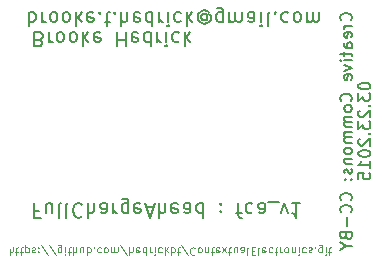
<source format=gbo>
G04 #@! TF.FileFunction,Legend,Bot*
%FSLAX46Y46*%
G04 Gerber Fmt 4.6, Leading zero omitted, Abs format (unit mm)*
G04 Created by KiCad (PCBNEW (2015-01-29 BZR 5396)-product) date 3/24/2015 7:03:01 PM*
%MOMM*%
G01*
G04 APERTURE LIST*
%ADD10C,0.100000*%
%ADD11C,0.075000*%
%ADD12C,0.200000*%
%ADD13C,0.150000*%
%ADD14R,2.032000X2.032000*%
%ADD15O,2.032000X2.032000*%
%ADD16O,1.600000X0.900000*%
%ADD17C,5.500000*%
G04 APERTURE END LIST*
D10*
D11*
X83057382Y-93765952D02*
X83057382Y-94415952D01*
X83335953Y-93765952D02*
X83335953Y-94106429D01*
X83305001Y-94168333D01*
X83243096Y-94199286D01*
X83150239Y-94199286D01*
X83088334Y-94168333D01*
X83057382Y-94137381D01*
X83552620Y-94199286D02*
X83800239Y-94199286D01*
X83645477Y-94415952D02*
X83645477Y-93858810D01*
X83676429Y-93796905D01*
X83738334Y-93765952D01*
X83800239Y-93765952D01*
X83924049Y-94199286D02*
X84171668Y-94199286D01*
X84016906Y-94415952D02*
X84016906Y-93858810D01*
X84047858Y-93796905D01*
X84109763Y-93765952D01*
X84171668Y-93765952D01*
X84388335Y-94199286D02*
X84388335Y-93549286D01*
X84388335Y-94168333D02*
X84450240Y-94199286D01*
X84574049Y-94199286D01*
X84635954Y-94168333D01*
X84666906Y-94137381D01*
X84697859Y-94075476D01*
X84697859Y-93889762D01*
X84666906Y-93827857D01*
X84635954Y-93796905D01*
X84574049Y-93765952D01*
X84450240Y-93765952D01*
X84388335Y-93796905D01*
X84945478Y-93796905D02*
X85007382Y-93765952D01*
X85131192Y-93765952D01*
X85193097Y-93796905D01*
X85224049Y-93858810D01*
X85224049Y-93889762D01*
X85193097Y-93951667D01*
X85131192Y-93982619D01*
X85038335Y-93982619D01*
X84976430Y-94013571D01*
X84945478Y-94075476D01*
X84945478Y-94106429D01*
X84976430Y-94168333D01*
X85038335Y-94199286D01*
X85131192Y-94199286D01*
X85193097Y-94168333D01*
X85502620Y-93827857D02*
X85533572Y-93796905D01*
X85502620Y-93765952D01*
X85471668Y-93796905D01*
X85502620Y-93827857D01*
X85502620Y-93765952D01*
X85502620Y-94168333D02*
X85533572Y-94137381D01*
X85502620Y-94106429D01*
X85471668Y-94137381D01*
X85502620Y-94168333D01*
X85502620Y-94106429D01*
X86276430Y-94446905D02*
X85719287Y-93611190D01*
X86957382Y-94446905D02*
X86400239Y-93611190D01*
X87452619Y-94199286D02*
X87452619Y-93673095D01*
X87421667Y-93611190D01*
X87390715Y-93580238D01*
X87328810Y-93549286D01*
X87235953Y-93549286D01*
X87174048Y-93580238D01*
X87452619Y-93796905D02*
X87390715Y-93765952D01*
X87266905Y-93765952D01*
X87205000Y-93796905D01*
X87174048Y-93827857D01*
X87143096Y-93889762D01*
X87143096Y-94075476D01*
X87174048Y-94137381D01*
X87205000Y-94168333D01*
X87266905Y-94199286D01*
X87390715Y-94199286D01*
X87452619Y-94168333D01*
X87762143Y-93765952D02*
X87762143Y-94199286D01*
X87762143Y-94415952D02*
X87731191Y-94385000D01*
X87762143Y-94354048D01*
X87793095Y-94385000D01*
X87762143Y-94415952D01*
X87762143Y-94354048D01*
X87978810Y-94199286D02*
X88226429Y-94199286D01*
X88071667Y-94415952D02*
X88071667Y-93858810D01*
X88102619Y-93796905D01*
X88164524Y-93765952D01*
X88226429Y-93765952D01*
X88443096Y-93765952D02*
X88443096Y-94415952D01*
X88721667Y-93765952D02*
X88721667Y-94106429D01*
X88690715Y-94168333D01*
X88628810Y-94199286D01*
X88535953Y-94199286D01*
X88474048Y-94168333D01*
X88443096Y-94137381D01*
X89309762Y-94199286D02*
X89309762Y-93765952D01*
X89031191Y-94199286D02*
X89031191Y-93858810D01*
X89062143Y-93796905D01*
X89124048Y-93765952D01*
X89216905Y-93765952D01*
X89278810Y-93796905D01*
X89309762Y-93827857D01*
X89619286Y-93765952D02*
X89619286Y-94415952D01*
X89619286Y-94168333D02*
X89681191Y-94199286D01*
X89805000Y-94199286D01*
X89866905Y-94168333D01*
X89897857Y-94137381D01*
X89928810Y-94075476D01*
X89928810Y-93889762D01*
X89897857Y-93827857D01*
X89866905Y-93796905D01*
X89805000Y-93765952D01*
X89681191Y-93765952D01*
X89619286Y-93796905D01*
X90207381Y-93827857D02*
X90238333Y-93796905D01*
X90207381Y-93765952D01*
X90176429Y-93796905D01*
X90207381Y-93827857D01*
X90207381Y-93765952D01*
X90795476Y-93796905D02*
X90733572Y-93765952D01*
X90609762Y-93765952D01*
X90547857Y-93796905D01*
X90516905Y-93827857D01*
X90485953Y-93889762D01*
X90485953Y-94075476D01*
X90516905Y-94137381D01*
X90547857Y-94168333D01*
X90609762Y-94199286D01*
X90733572Y-94199286D01*
X90795476Y-94168333D01*
X91166905Y-93765952D02*
X91105000Y-93796905D01*
X91074048Y-93827857D01*
X91043096Y-93889762D01*
X91043096Y-94075476D01*
X91074048Y-94137381D01*
X91105000Y-94168333D01*
X91166905Y-94199286D01*
X91259762Y-94199286D01*
X91321667Y-94168333D01*
X91352619Y-94137381D01*
X91383572Y-94075476D01*
X91383572Y-93889762D01*
X91352619Y-93827857D01*
X91321667Y-93796905D01*
X91259762Y-93765952D01*
X91166905Y-93765952D01*
X91662143Y-93765952D02*
X91662143Y-94199286D01*
X91662143Y-94137381D02*
X91693095Y-94168333D01*
X91755000Y-94199286D01*
X91847857Y-94199286D01*
X91909762Y-94168333D01*
X91940714Y-94106429D01*
X91940714Y-93765952D01*
X91940714Y-94106429D02*
X91971667Y-94168333D01*
X92033571Y-94199286D01*
X92126429Y-94199286D01*
X92188333Y-94168333D01*
X92219286Y-94106429D01*
X92219286Y-93765952D01*
X92993096Y-94446905D02*
X92435953Y-93611190D01*
X93209762Y-93765952D02*
X93209762Y-94415952D01*
X93488333Y-93765952D02*
X93488333Y-94106429D01*
X93457381Y-94168333D01*
X93395476Y-94199286D01*
X93302619Y-94199286D01*
X93240714Y-94168333D01*
X93209762Y-94137381D01*
X94045476Y-93796905D02*
X93983571Y-93765952D01*
X93859762Y-93765952D01*
X93797857Y-93796905D01*
X93766905Y-93858810D01*
X93766905Y-94106429D01*
X93797857Y-94168333D01*
X93859762Y-94199286D01*
X93983571Y-94199286D01*
X94045476Y-94168333D01*
X94076428Y-94106429D01*
X94076428Y-94044524D01*
X93766905Y-93982619D01*
X94633571Y-93765952D02*
X94633571Y-94415952D01*
X94633571Y-93796905D02*
X94571667Y-93765952D01*
X94447857Y-93765952D01*
X94385952Y-93796905D01*
X94355000Y-93827857D01*
X94324048Y-93889762D01*
X94324048Y-94075476D01*
X94355000Y-94137381D01*
X94385952Y-94168333D01*
X94447857Y-94199286D01*
X94571667Y-94199286D01*
X94633571Y-94168333D01*
X94943095Y-93765952D02*
X94943095Y-94199286D01*
X94943095Y-94075476D02*
X94974047Y-94137381D01*
X95005000Y-94168333D01*
X95066904Y-94199286D01*
X95128809Y-94199286D01*
X95345476Y-93765952D02*
X95345476Y-94199286D01*
X95345476Y-94415952D02*
X95314524Y-94385000D01*
X95345476Y-94354048D01*
X95376428Y-94385000D01*
X95345476Y-94415952D01*
X95345476Y-94354048D01*
X95933571Y-93796905D02*
X95871667Y-93765952D01*
X95747857Y-93765952D01*
X95685952Y-93796905D01*
X95655000Y-93827857D01*
X95624048Y-93889762D01*
X95624048Y-94075476D01*
X95655000Y-94137381D01*
X95685952Y-94168333D01*
X95747857Y-94199286D01*
X95871667Y-94199286D01*
X95933571Y-94168333D01*
X96212143Y-93765952D02*
X96212143Y-94415952D01*
X96274048Y-94013571D02*
X96459762Y-93765952D01*
X96459762Y-94199286D02*
X96212143Y-93951667D01*
X96738333Y-93765952D02*
X96738333Y-94415952D01*
X96738333Y-94168333D02*
X96800238Y-94199286D01*
X96924047Y-94199286D01*
X96985952Y-94168333D01*
X97016904Y-94137381D01*
X97047857Y-94075476D01*
X97047857Y-93889762D01*
X97016904Y-93827857D01*
X96985952Y-93796905D01*
X96924047Y-93765952D01*
X96800238Y-93765952D01*
X96738333Y-93796905D01*
X97233571Y-94199286D02*
X97481190Y-94199286D01*
X97326428Y-94415952D02*
X97326428Y-93858810D01*
X97357380Y-93796905D01*
X97419285Y-93765952D01*
X97481190Y-93765952D01*
X98162143Y-94446905D02*
X97605000Y-93611190D01*
X98750237Y-93827857D02*
X98719285Y-93796905D01*
X98626428Y-93765952D01*
X98564523Y-93765952D01*
X98471666Y-93796905D01*
X98409761Y-93858810D01*
X98378809Y-93920714D01*
X98347857Y-94044524D01*
X98347857Y-94137381D01*
X98378809Y-94261190D01*
X98409761Y-94323095D01*
X98471666Y-94385000D01*
X98564523Y-94415952D01*
X98626428Y-94415952D01*
X98719285Y-94385000D01*
X98750237Y-94354048D01*
X99121666Y-93765952D02*
X99059761Y-93796905D01*
X99028809Y-93827857D01*
X98997857Y-93889762D01*
X98997857Y-94075476D01*
X99028809Y-94137381D01*
X99059761Y-94168333D01*
X99121666Y-94199286D01*
X99214523Y-94199286D01*
X99276428Y-94168333D01*
X99307380Y-94137381D01*
X99338333Y-94075476D01*
X99338333Y-93889762D01*
X99307380Y-93827857D01*
X99276428Y-93796905D01*
X99214523Y-93765952D01*
X99121666Y-93765952D01*
X99616904Y-94199286D02*
X99616904Y-93765952D01*
X99616904Y-94137381D02*
X99647856Y-94168333D01*
X99709761Y-94199286D01*
X99802618Y-94199286D01*
X99864523Y-94168333D01*
X99895475Y-94106429D01*
X99895475Y-93765952D01*
X100112142Y-94199286D02*
X100359761Y-94199286D01*
X100204999Y-94415952D02*
X100204999Y-93858810D01*
X100235951Y-93796905D01*
X100297856Y-93765952D01*
X100359761Y-93765952D01*
X100824047Y-93796905D02*
X100762142Y-93765952D01*
X100638333Y-93765952D01*
X100576428Y-93796905D01*
X100545476Y-93858810D01*
X100545476Y-94106429D01*
X100576428Y-94168333D01*
X100638333Y-94199286D01*
X100762142Y-94199286D01*
X100824047Y-94168333D01*
X100854999Y-94106429D01*
X100854999Y-94044524D01*
X100545476Y-93982619D01*
X101071666Y-93765952D02*
X101412142Y-94199286D01*
X101071666Y-94199286D02*
X101412142Y-93765952D01*
X101566904Y-94199286D02*
X101814523Y-94199286D01*
X101659761Y-94415952D02*
X101659761Y-93858810D01*
X101690713Y-93796905D01*
X101752618Y-93765952D01*
X101814523Y-93765952D01*
X102309761Y-94199286D02*
X102309761Y-93765952D01*
X102031190Y-94199286D02*
X102031190Y-93858810D01*
X102062142Y-93796905D01*
X102124047Y-93765952D01*
X102216904Y-93765952D01*
X102278809Y-93796905D01*
X102309761Y-93827857D01*
X102897856Y-93765952D02*
X102897856Y-94106429D01*
X102866904Y-94168333D01*
X102804999Y-94199286D01*
X102681190Y-94199286D01*
X102619285Y-94168333D01*
X102897856Y-93796905D02*
X102835952Y-93765952D01*
X102681190Y-93765952D01*
X102619285Y-93796905D01*
X102588333Y-93858810D01*
X102588333Y-93920714D01*
X102619285Y-93982619D01*
X102681190Y-94013571D01*
X102835952Y-94013571D01*
X102897856Y-94044524D01*
X103300237Y-93765952D02*
X103238332Y-93796905D01*
X103207380Y-93858810D01*
X103207380Y-94415952D01*
X103547856Y-94106429D02*
X103764523Y-94106429D01*
X103857380Y-93765952D02*
X103547856Y-93765952D01*
X103547856Y-94415952D01*
X103857380Y-94415952D01*
X104228808Y-93765952D02*
X104166903Y-93796905D01*
X104135951Y-93858810D01*
X104135951Y-94415952D01*
X104724046Y-93796905D02*
X104662141Y-93765952D01*
X104538332Y-93765952D01*
X104476427Y-93796905D01*
X104445475Y-93858810D01*
X104445475Y-94106429D01*
X104476427Y-94168333D01*
X104538332Y-94199286D01*
X104662141Y-94199286D01*
X104724046Y-94168333D01*
X104754998Y-94106429D01*
X104754998Y-94044524D01*
X104445475Y-93982619D01*
X105312141Y-93796905D02*
X105250237Y-93765952D01*
X105126427Y-93765952D01*
X105064522Y-93796905D01*
X105033570Y-93827857D01*
X105002618Y-93889762D01*
X105002618Y-94075476D01*
X105033570Y-94137381D01*
X105064522Y-94168333D01*
X105126427Y-94199286D01*
X105250237Y-94199286D01*
X105312141Y-94168333D01*
X105497856Y-94199286D02*
X105745475Y-94199286D01*
X105590713Y-94415952D02*
X105590713Y-93858810D01*
X105621665Y-93796905D01*
X105683570Y-93765952D01*
X105745475Y-93765952D01*
X105962142Y-93765952D02*
X105962142Y-94199286D01*
X105962142Y-94075476D02*
X105993094Y-94137381D01*
X106024047Y-94168333D01*
X106085951Y-94199286D01*
X106147856Y-94199286D01*
X106457380Y-93765952D02*
X106395475Y-93796905D01*
X106364523Y-93827857D01*
X106333571Y-93889762D01*
X106333571Y-94075476D01*
X106364523Y-94137381D01*
X106395475Y-94168333D01*
X106457380Y-94199286D01*
X106550237Y-94199286D01*
X106612142Y-94168333D01*
X106643094Y-94137381D01*
X106674047Y-94075476D01*
X106674047Y-93889762D01*
X106643094Y-93827857D01*
X106612142Y-93796905D01*
X106550237Y-93765952D01*
X106457380Y-93765952D01*
X106952618Y-94199286D02*
X106952618Y-93765952D01*
X106952618Y-94137381D02*
X106983570Y-94168333D01*
X107045475Y-94199286D01*
X107138332Y-94199286D01*
X107200237Y-94168333D01*
X107231189Y-94106429D01*
X107231189Y-93765952D01*
X107540713Y-93765952D02*
X107540713Y-94199286D01*
X107540713Y-94415952D02*
X107509761Y-94385000D01*
X107540713Y-94354048D01*
X107571665Y-94385000D01*
X107540713Y-94415952D01*
X107540713Y-94354048D01*
X108128808Y-93796905D02*
X108066904Y-93765952D01*
X107943094Y-93765952D01*
X107881189Y-93796905D01*
X107850237Y-93827857D01*
X107819285Y-93889762D01*
X107819285Y-94075476D01*
X107850237Y-94137381D01*
X107881189Y-94168333D01*
X107943094Y-94199286D01*
X108066904Y-94199286D01*
X108128808Y-94168333D01*
X108376428Y-93796905D02*
X108438332Y-93765952D01*
X108562142Y-93765952D01*
X108624047Y-93796905D01*
X108654999Y-93858810D01*
X108654999Y-93889762D01*
X108624047Y-93951667D01*
X108562142Y-93982619D01*
X108469285Y-93982619D01*
X108407380Y-94013571D01*
X108376428Y-94075476D01*
X108376428Y-94106429D01*
X108407380Y-94168333D01*
X108469285Y-94199286D01*
X108562142Y-94199286D01*
X108624047Y-94168333D01*
X108933570Y-93827857D02*
X108964522Y-93796905D01*
X108933570Y-93765952D01*
X108902618Y-93796905D01*
X108933570Y-93827857D01*
X108933570Y-93765952D01*
X109521665Y-94199286D02*
X109521665Y-93673095D01*
X109490713Y-93611190D01*
X109459761Y-93580238D01*
X109397856Y-93549286D01*
X109304999Y-93549286D01*
X109243094Y-93580238D01*
X109521665Y-93796905D02*
X109459761Y-93765952D01*
X109335951Y-93765952D01*
X109274046Y-93796905D01*
X109243094Y-93827857D01*
X109212142Y-93889762D01*
X109212142Y-94075476D01*
X109243094Y-94137381D01*
X109274046Y-94168333D01*
X109335951Y-94199286D01*
X109459761Y-94199286D01*
X109521665Y-94168333D01*
X109831189Y-93765952D02*
X109831189Y-94199286D01*
X109831189Y-94415952D02*
X109800237Y-94385000D01*
X109831189Y-94354048D01*
X109862141Y-94385000D01*
X109831189Y-94415952D01*
X109831189Y-94354048D01*
X110047856Y-94199286D02*
X110295475Y-94199286D01*
X110140713Y-94415952D02*
X110140713Y-93858810D01*
X110171665Y-93796905D01*
X110233570Y-93765952D01*
X110295475Y-93765952D01*
D12*
X85512859Y-90675714D02*
X85112859Y-90675714D01*
X85112859Y-90047143D02*
X85112859Y-91247143D01*
X85684288Y-91247143D01*
X86655716Y-90847143D02*
X86655716Y-90047143D01*
X86141430Y-90847143D02*
X86141430Y-90218571D01*
X86198573Y-90104286D01*
X86312859Y-90047143D01*
X86484287Y-90047143D01*
X86598573Y-90104286D01*
X86655716Y-90161429D01*
X87398573Y-90047143D02*
X87284287Y-90104286D01*
X87227144Y-90218571D01*
X87227144Y-91247143D01*
X88027144Y-90047143D02*
X87912858Y-90104286D01*
X87855715Y-90218571D01*
X87855715Y-91247143D01*
X89170001Y-90161429D02*
X89112858Y-90104286D01*
X88941429Y-90047143D01*
X88827143Y-90047143D01*
X88655715Y-90104286D01*
X88541429Y-90218571D01*
X88484286Y-90332857D01*
X88427143Y-90561429D01*
X88427143Y-90732857D01*
X88484286Y-90961429D01*
X88541429Y-91075714D01*
X88655715Y-91190000D01*
X88827143Y-91247143D01*
X88941429Y-91247143D01*
X89112858Y-91190000D01*
X89170001Y-91132857D01*
X89684286Y-90047143D02*
X89684286Y-91247143D01*
X90198572Y-90047143D02*
X90198572Y-90675714D01*
X90141429Y-90790000D01*
X90027143Y-90847143D01*
X89855715Y-90847143D01*
X89741429Y-90790000D01*
X89684286Y-90732857D01*
X91284286Y-90047143D02*
X91284286Y-90675714D01*
X91227143Y-90790000D01*
X91112857Y-90847143D01*
X90884286Y-90847143D01*
X90770000Y-90790000D01*
X91284286Y-90104286D02*
X91170000Y-90047143D01*
X90884286Y-90047143D01*
X90770000Y-90104286D01*
X90712857Y-90218571D01*
X90712857Y-90332857D01*
X90770000Y-90447143D01*
X90884286Y-90504286D01*
X91170000Y-90504286D01*
X91284286Y-90561429D01*
X91855714Y-90047143D02*
X91855714Y-90847143D01*
X91855714Y-90618571D02*
X91912857Y-90732857D01*
X91970000Y-90790000D01*
X92084286Y-90847143D01*
X92198571Y-90847143D01*
X93112857Y-90847143D02*
X93112857Y-89875714D01*
X93055714Y-89761429D01*
X92998571Y-89704286D01*
X92884286Y-89647143D01*
X92712857Y-89647143D01*
X92598571Y-89704286D01*
X93112857Y-90104286D02*
X92998571Y-90047143D01*
X92770000Y-90047143D01*
X92655714Y-90104286D01*
X92598571Y-90161429D01*
X92541428Y-90275714D01*
X92541428Y-90618571D01*
X92598571Y-90732857D01*
X92655714Y-90790000D01*
X92770000Y-90847143D01*
X92998571Y-90847143D01*
X93112857Y-90790000D01*
X94141428Y-90104286D02*
X94027142Y-90047143D01*
X93798571Y-90047143D01*
X93684285Y-90104286D01*
X93627142Y-90218571D01*
X93627142Y-90675714D01*
X93684285Y-90790000D01*
X93798571Y-90847143D01*
X94027142Y-90847143D01*
X94141428Y-90790000D01*
X94198571Y-90675714D01*
X94198571Y-90561429D01*
X93627142Y-90447143D01*
X94655713Y-90390000D02*
X95227142Y-90390000D01*
X94541428Y-90047143D02*
X94941428Y-91247143D01*
X95341428Y-90047143D01*
X95741427Y-90047143D02*
X95741427Y-91247143D01*
X96255713Y-90047143D02*
X96255713Y-90675714D01*
X96198570Y-90790000D01*
X96084284Y-90847143D01*
X95912856Y-90847143D01*
X95798570Y-90790000D01*
X95741427Y-90732857D01*
X97284284Y-90104286D02*
X97169998Y-90047143D01*
X96941427Y-90047143D01*
X96827141Y-90104286D01*
X96769998Y-90218571D01*
X96769998Y-90675714D01*
X96827141Y-90790000D01*
X96941427Y-90847143D01*
X97169998Y-90847143D01*
X97284284Y-90790000D01*
X97341427Y-90675714D01*
X97341427Y-90561429D01*
X96769998Y-90447143D01*
X98369998Y-90047143D02*
X98369998Y-90675714D01*
X98312855Y-90790000D01*
X98198569Y-90847143D01*
X97969998Y-90847143D01*
X97855712Y-90790000D01*
X98369998Y-90104286D02*
X98255712Y-90047143D01*
X97969998Y-90047143D01*
X97855712Y-90104286D01*
X97798569Y-90218571D01*
X97798569Y-90332857D01*
X97855712Y-90447143D01*
X97969998Y-90504286D01*
X98255712Y-90504286D01*
X98369998Y-90561429D01*
X99455712Y-90047143D02*
X99455712Y-91247143D01*
X99455712Y-90104286D02*
X99341426Y-90047143D01*
X99112855Y-90047143D01*
X98998569Y-90104286D01*
X98941426Y-90161429D01*
X98884283Y-90275714D01*
X98884283Y-90618571D01*
X98941426Y-90732857D01*
X98998569Y-90790000D01*
X99112855Y-90847143D01*
X99341426Y-90847143D01*
X99455712Y-90790000D01*
X100941426Y-90161429D02*
X100998569Y-90104286D01*
X100941426Y-90047143D01*
X100884283Y-90104286D01*
X100941426Y-90161429D01*
X100941426Y-90047143D01*
X100941426Y-90790000D02*
X100998569Y-90732857D01*
X100941426Y-90675714D01*
X100884283Y-90732857D01*
X100941426Y-90790000D01*
X100941426Y-90675714D01*
X102255713Y-90847143D02*
X102712856Y-90847143D01*
X102427141Y-90047143D02*
X102427141Y-91075714D01*
X102484284Y-91190000D01*
X102598570Y-91247143D01*
X102712856Y-91247143D01*
X103627141Y-90104286D02*
X103512855Y-90047143D01*
X103284284Y-90047143D01*
X103169998Y-90104286D01*
X103112855Y-90161429D01*
X103055712Y-90275714D01*
X103055712Y-90618571D01*
X103112855Y-90732857D01*
X103169998Y-90790000D01*
X103284284Y-90847143D01*
X103512855Y-90847143D01*
X103627141Y-90790000D01*
X104655712Y-90047143D02*
X104655712Y-90675714D01*
X104598569Y-90790000D01*
X104484283Y-90847143D01*
X104255712Y-90847143D01*
X104141426Y-90790000D01*
X104655712Y-90104286D02*
X104541426Y-90047143D01*
X104255712Y-90047143D01*
X104141426Y-90104286D01*
X104084283Y-90218571D01*
X104084283Y-90332857D01*
X104141426Y-90447143D01*
X104255712Y-90504286D01*
X104541426Y-90504286D01*
X104655712Y-90561429D01*
X104941426Y-89932857D02*
X105855712Y-89932857D01*
X106027141Y-90847143D02*
X106312855Y-90047143D01*
X106598569Y-90847143D01*
X107684284Y-90047143D02*
X106998569Y-90047143D01*
X107341427Y-90047143D02*
X107341427Y-91247143D01*
X107227141Y-91075714D01*
X107112855Y-90961429D01*
X106998569Y-90904286D01*
D13*
X111952143Y-74562857D02*
X111999762Y-74515238D01*
X112047381Y-74372381D01*
X112047381Y-74277143D01*
X111999762Y-74134285D01*
X111904524Y-74039047D01*
X111809286Y-73991428D01*
X111618810Y-73943809D01*
X111475952Y-73943809D01*
X111285476Y-73991428D01*
X111190238Y-74039047D01*
X111095000Y-74134285D01*
X111047381Y-74277143D01*
X111047381Y-74372381D01*
X111095000Y-74515238D01*
X111142619Y-74562857D01*
X112047381Y-74991428D02*
X111380714Y-74991428D01*
X111571190Y-74991428D02*
X111475952Y-75039047D01*
X111428333Y-75086666D01*
X111380714Y-75181904D01*
X111380714Y-75277143D01*
X111999762Y-75991429D02*
X112047381Y-75896191D01*
X112047381Y-75705714D01*
X111999762Y-75610476D01*
X111904524Y-75562857D01*
X111523571Y-75562857D01*
X111428333Y-75610476D01*
X111380714Y-75705714D01*
X111380714Y-75896191D01*
X111428333Y-75991429D01*
X111523571Y-76039048D01*
X111618810Y-76039048D01*
X111714048Y-75562857D01*
X112047381Y-76896191D02*
X111523571Y-76896191D01*
X111428333Y-76848572D01*
X111380714Y-76753334D01*
X111380714Y-76562857D01*
X111428333Y-76467619D01*
X111999762Y-76896191D02*
X112047381Y-76800953D01*
X112047381Y-76562857D01*
X111999762Y-76467619D01*
X111904524Y-76420000D01*
X111809286Y-76420000D01*
X111714048Y-76467619D01*
X111666429Y-76562857D01*
X111666429Y-76800953D01*
X111618810Y-76896191D01*
X111380714Y-77229524D02*
X111380714Y-77610476D01*
X111047381Y-77372381D02*
X111904524Y-77372381D01*
X111999762Y-77420000D01*
X112047381Y-77515238D01*
X112047381Y-77610476D01*
X112047381Y-77943810D02*
X111380714Y-77943810D01*
X111047381Y-77943810D02*
X111095000Y-77896191D01*
X111142619Y-77943810D01*
X111095000Y-77991429D01*
X111047381Y-77943810D01*
X111142619Y-77943810D01*
X111380714Y-78324762D02*
X112047381Y-78562857D01*
X111380714Y-78800953D01*
X111999762Y-79562858D02*
X112047381Y-79467620D01*
X112047381Y-79277143D01*
X111999762Y-79181905D01*
X111904524Y-79134286D01*
X111523571Y-79134286D01*
X111428333Y-79181905D01*
X111380714Y-79277143D01*
X111380714Y-79467620D01*
X111428333Y-79562858D01*
X111523571Y-79610477D01*
X111618810Y-79610477D01*
X111714048Y-79134286D01*
X111952143Y-81372382D02*
X111999762Y-81324763D01*
X112047381Y-81181906D01*
X112047381Y-81086668D01*
X111999762Y-80943810D01*
X111904524Y-80848572D01*
X111809286Y-80800953D01*
X111618810Y-80753334D01*
X111475952Y-80753334D01*
X111285476Y-80800953D01*
X111190238Y-80848572D01*
X111095000Y-80943810D01*
X111047381Y-81086668D01*
X111047381Y-81181906D01*
X111095000Y-81324763D01*
X111142619Y-81372382D01*
X112047381Y-81943810D02*
X111999762Y-81848572D01*
X111952143Y-81800953D01*
X111856905Y-81753334D01*
X111571190Y-81753334D01*
X111475952Y-81800953D01*
X111428333Y-81848572D01*
X111380714Y-81943810D01*
X111380714Y-82086668D01*
X111428333Y-82181906D01*
X111475952Y-82229525D01*
X111571190Y-82277144D01*
X111856905Y-82277144D01*
X111952143Y-82229525D01*
X111999762Y-82181906D01*
X112047381Y-82086668D01*
X112047381Y-81943810D01*
X112047381Y-82705715D02*
X111380714Y-82705715D01*
X111475952Y-82705715D02*
X111428333Y-82753334D01*
X111380714Y-82848572D01*
X111380714Y-82991430D01*
X111428333Y-83086668D01*
X111523571Y-83134287D01*
X112047381Y-83134287D01*
X111523571Y-83134287D02*
X111428333Y-83181906D01*
X111380714Y-83277144D01*
X111380714Y-83420001D01*
X111428333Y-83515239D01*
X111523571Y-83562858D01*
X112047381Y-83562858D01*
X112047381Y-84039048D02*
X111380714Y-84039048D01*
X111475952Y-84039048D02*
X111428333Y-84086667D01*
X111380714Y-84181905D01*
X111380714Y-84324763D01*
X111428333Y-84420001D01*
X111523571Y-84467620D01*
X112047381Y-84467620D01*
X111523571Y-84467620D02*
X111428333Y-84515239D01*
X111380714Y-84610477D01*
X111380714Y-84753334D01*
X111428333Y-84848572D01*
X111523571Y-84896191D01*
X112047381Y-84896191D01*
X112047381Y-85515238D02*
X111999762Y-85420000D01*
X111952143Y-85372381D01*
X111856905Y-85324762D01*
X111571190Y-85324762D01*
X111475952Y-85372381D01*
X111428333Y-85420000D01*
X111380714Y-85515238D01*
X111380714Y-85658096D01*
X111428333Y-85753334D01*
X111475952Y-85800953D01*
X111571190Y-85848572D01*
X111856905Y-85848572D01*
X111952143Y-85800953D01*
X111999762Y-85753334D01*
X112047381Y-85658096D01*
X112047381Y-85515238D01*
X111380714Y-86277143D02*
X112047381Y-86277143D01*
X111475952Y-86277143D02*
X111428333Y-86324762D01*
X111380714Y-86420000D01*
X111380714Y-86562858D01*
X111428333Y-86658096D01*
X111523571Y-86705715D01*
X112047381Y-86705715D01*
X111999762Y-87134286D02*
X112047381Y-87229524D01*
X112047381Y-87420000D01*
X111999762Y-87515239D01*
X111904524Y-87562858D01*
X111856905Y-87562858D01*
X111761667Y-87515239D01*
X111714048Y-87420000D01*
X111714048Y-87277143D01*
X111666429Y-87181905D01*
X111571190Y-87134286D01*
X111523571Y-87134286D01*
X111428333Y-87181905D01*
X111380714Y-87277143D01*
X111380714Y-87420000D01*
X111428333Y-87515239D01*
X111952143Y-87991429D02*
X111999762Y-88039048D01*
X112047381Y-87991429D01*
X111999762Y-87943810D01*
X111952143Y-87991429D01*
X112047381Y-87991429D01*
X111428333Y-87991429D02*
X111475952Y-88039048D01*
X111523571Y-87991429D01*
X111475952Y-87943810D01*
X111428333Y-87991429D01*
X111523571Y-87991429D01*
X111952143Y-89800953D02*
X111999762Y-89753334D01*
X112047381Y-89610477D01*
X112047381Y-89515239D01*
X111999762Y-89372381D01*
X111904524Y-89277143D01*
X111809286Y-89229524D01*
X111618810Y-89181905D01*
X111475952Y-89181905D01*
X111285476Y-89229524D01*
X111190238Y-89277143D01*
X111095000Y-89372381D01*
X111047381Y-89515239D01*
X111047381Y-89610477D01*
X111095000Y-89753334D01*
X111142619Y-89800953D01*
X111952143Y-90800953D02*
X111999762Y-90753334D01*
X112047381Y-90610477D01*
X112047381Y-90515239D01*
X111999762Y-90372381D01*
X111904524Y-90277143D01*
X111809286Y-90229524D01*
X111618810Y-90181905D01*
X111475952Y-90181905D01*
X111285476Y-90229524D01*
X111190238Y-90277143D01*
X111095000Y-90372381D01*
X111047381Y-90515239D01*
X111047381Y-90610477D01*
X111095000Y-90753334D01*
X111142619Y-90800953D01*
X111666429Y-91229524D02*
X111666429Y-91991429D01*
X111523571Y-92800953D02*
X111571190Y-92943810D01*
X111618810Y-92991429D01*
X111714048Y-93039048D01*
X111856905Y-93039048D01*
X111952143Y-92991429D01*
X111999762Y-92943810D01*
X112047381Y-92848572D01*
X112047381Y-92467619D01*
X111047381Y-92467619D01*
X111047381Y-92800953D01*
X111095000Y-92896191D01*
X111142619Y-92943810D01*
X111237857Y-92991429D01*
X111333095Y-92991429D01*
X111428333Y-92943810D01*
X111475952Y-92896191D01*
X111523571Y-92800953D01*
X111523571Y-92467619D01*
X111571190Y-93658095D02*
X112047381Y-93658095D01*
X111047381Y-93324762D02*
X111571190Y-93658095D01*
X111047381Y-93991429D01*
X112597381Y-80062857D02*
X112597381Y-80158096D01*
X112645000Y-80253334D01*
X112692619Y-80300953D01*
X112787857Y-80348572D01*
X112978333Y-80396191D01*
X113216429Y-80396191D01*
X113406905Y-80348572D01*
X113502143Y-80300953D01*
X113549762Y-80253334D01*
X113597381Y-80158096D01*
X113597381Y-80062857D01*
X113549762Y-79967619D01*
X113502143Y-79920000D01*
X113406905Y-79872381D01*
X113216429Y-79824762D01*
X112978333Y-79824762D01*
X112787857Y-79872381D01*
X112692619Y-79920000D01*
X112645000Y-79967619D01*
X112597381Y-80062857D01*
X112597381Y-80729524D02*
X112597381Y-81348572D01*
X112978333Y-81015238D01*
X112978333Y-81158096D01*
X113025952Y-81253334D01*
X113073571Y-81300953D01*
X113168810Y-81348572D01*
X113406905Y-81348572D01*
X113502143Y-81300953D01*
X113549762Y-81253334D01*
X113597381Y-81158096D01*
X113597381Y-80872381D01*
X113549762Y-80777143D01*
X113502143Y-80729524D01*
X113502143Y-81777143D02*
X113549762Y-81824762D01*
X113597381Y-81777143D01*
X113549762Y-81729524D01*
X113502143Y-81777143D01*
X113597381Y-81777143D01*
X112692619Y-82205714D02*
X112645000Y-82253333D01*
X112597381Y-82348571D01*
X112597381Y-82586667D01*
X112645000Y-82681905D01*
X112692619Y-82729524D01*
X112787857Y-82777143D01*
X112883095Y-82777143D01*
X113025952Y-82729524D01*
X113597381Y-82158095D01*
X113597381Y-82777143D01*
X112597381Y-83110476D02*
X112597381Y-83729524D01*
X112978333Y-83396190D01*
X112978333Y-83539048D01*
X113025952Y-83634286D01*
X113073571Y-83681905D01*
X113168810Y-83729524D01*
X113406905Y-83729524D01*
X113502143Y-83681905D01*
X113549762Y-83634286D01*
X113597381Y-83539048D01*
X113597381Y-83253333D01*
X113549762Y-83158095D01*
X113502143Y-83110476D01*
X113502143Y-84158095D02*
X113549762Y-84205714D01*
X113597381Y-84158095D01*
X113549762Y-84110476D01*
X113502143Y-84158095D01*
X113597381Y-84158095D01*
X112692619Y-84586666D02*
X112645000Y-84634285D01*
X112597381Y-84729523D01*
X112597381Y-84967619D01*
X112645000Y-85062857D01*
X112692619Y-85110476D01*
X112787857Y-85158095D01*
X112883095Y-85158095D01*
X113025952Y-85110476D01*
X113597381Y-84539047D01*
X113597381Y-85158095D01*
X112597381Y-85777142D02*
X112597381Y-85872381D01*
X112645000Y-85967619D01*
X112692619Y-86015238D01*
X112787857Y-86062857D01*
X112978333Y-86110476D01*
X113216429Y-86110476D01*
X113406905Y-86062857D01*
X113502143Y-86015238D01*
X113549762Y-85967619D01*
X113597381Y-85872381D01*
X113597381Y-85777142D01*
X113549762Y-85681904D01*
X113502143Y-85634285D01*
X113406905Y-85586666D01*
X113216429Y-85539047D01*
X112978333Y-85539047D01*
X112787857Y-85586666D01*
X112692619Y-85634285D01*
X112645000Y-85681904D01*
X112597381Y-85777142D01*
X113597381Y-87062857D02*
X113597381Y-86491428D01*
X113597381Y-86777142D02*
X112597381Y-86777142D01*
X112740238Y-86681904D01*
X112835476Y-86586666D01*
X112883095Y-86491428D01*
X112597381Y-87967619D02*
X112597381Y-87491428D01*
X113073571Y-87443809D01*
X113025952Y-87491428D01*
X112978333Y-87586666D01*
X112978333Y-87824762D01*
X113025952Y-87920000D01*
X113073571Y-87967619D01*
X113168810Y-88015238D01*
X113406905Y-88015238D01*
X113502143Y-87967619D01*
X113549762Y-87920000D01*
X113597381Y-87824762D01*
X113597381Y-87586666D01*
X113549762Y-87491428D01*
X113502143Y-87443809D01*
D12*
X85568572Y-76185714D02*
X85740001Y-76128571D01*
X85797144Y-76071429D01*
X85854287Y-75957143D01*
X85854287Y-75785714D01*
X85797144Y-75671429D01*
X85740001Y-75614286D01*
X85625715Y-75557143D01*
X85168572Y-75557143D01*
X85168572Y-76757143D01*
X85568572Y-76757143D01*
X85682858Y-76700000D01*
X85740001Y-76642857D01*
X85797144Y-76528571D01*
X85797144Y-76414286D01*
X85740001Y-76300000D01*
X85682858Y-76242857D01*
X85568572Y-76185714D01*
X85168572Y-76185714D01*
X86368572Y-75557143D02*
X86368572Y-76357143D01*
X86368572Y-76128571D02*
X86425715Y-76242857D01*
X86482858Y-76300000D01*
X86597144Y-76357143D01*
X86711429Y-76357143D01*
X87282858Y-75557143D02*
X87168572Y-75614286D01*
X87111429Y-75671429D01*
X87054286Y-75785714D01*
X87054286Y-76128571D01*
X87111429Y-76242857D01*
X87168572Y-76300000D01*
X87282858Y-76357143D01*
X87454286Y-76357143D01*
X87568572Y-76300000D01*
X87625715Y-76242857D01*
X87682858Y-76128571D01*
X87682858Y-75785714D01*
X87625715Y-75671429D01*
X87568572Y-75614286D01*
X87454286Y-75557143D01*
X87282858Y-75557143D01*
X88368572Y-75557143D02*
X88254286Y-75614286D01*
X88197143Y-75671429D01*
X88140000Y-75785714D01*
X88140000Y-76128571D01*
X88197143Y-76242857D01*
X88254286Y-76300000D01*
X88368572Y-76357143D01*
X88540000Y-76357143D01*
X88654286Y-76300000D01*
X88711429Y-76242857D01*
X88768572Y-76128571D01*
X88768572Y-75785714D01*
X88711429Y-75671429D01*
X88654286Y-75614286D01*
X88540000Y-75557143D01*
X88368572Y-75557143D01*
X89282857Y-75557143D02*
X89282857Y-76757143D01*
X89397143Y-76014286D02*
X89740000Y-75557143D01*
X89740000Y-76357143D02*
X89282857Y-75900000D01*
X90711429Y-75614286D02*
X90597143Y-75557143D01*
X90368572Y-75557143D01*
X90254286Y-75614286D01*
X90197143Y-75728571D01*
X90197143Y-76185714D01*
X90254286Y-76300000D01*
X90368572Y-76357143D01*
X90597143Y-76357143D01*
X90711429Y-76300000D01*
X90768572Y-76185714D01*
X90768572Y-76071429D01*
X90197143Y-75957143D01*
X92197143Y-75557143D02*
X92197143Y-76757143D01*
X92197143Y-76185714D02*
X92882858Y-76185714D01*
X92882858Y-75557143D02*
X92882858Y-76757143D01*
X93911429Y-75614286D02*
X93797143Y-75557143D01*
X93568572Y-75557143D01*
X93454286Y-75614286D01*
X93397143Y-75728571D01*
X93397143Y-76185714D01*
X93454286Y-76300000D01*
X93568572Y-76357143D01*
X93797143Y-76357143D01*
X93911429Y-76300000D01*
X93968572Y-76185714D01*
X93968572Y-76071429D01*
X93397143Y-75957143D01*
X94997143Y-75557143D02*
X94997143Y-76757143D01*
X94997143Y-75614286D02*
X94882857Y-75557143D01*
X94654286Y-75557143D01*
X94540000Y-75614286D01*
X94482857Y-75671429D01*
X94425714Y-75785714D01*
X94425714Y-76128571D01*
X94482857Y-76242857D01*
X94540000Y-76300000D01*
X94654286Y-76357143D01*
X94882857Y-76357143D01*
X94997143Y-76300000D01*
X95568571Y-75557143D02*
X95568571Y-76357143D01*
X95568571Y-76128571D02*
X95625714Y-76242857D01*
X95682857Y-76300000D01*
X95797143Y-76357143D01*
X95911428Y-76357143D01*
X96311428Y-75557143D02*
X96311428Y-76357143D01*
X96311428Y-76757143D02*
X96254285Y-76700000D01*
X96311428Y-76642857D01*
X96368571Y-76700000D01*
X96311428Y-76757143D01*
X96311428Y-76642857D01*
X97397143Y-75614286D02*
X97282857Y-75557143D01*
X97054286Y-75557143D01*
X96940000Y-75614286D01*
X96882857Y-75671429D01*
X96825714Y-75785714D01*
X96825714Y-76128571D01*
X96882857Y-76242857D01*
X96940000Y-76300000D01*
X97054286Y-76357143D01*
X97282857Y-76357143D01*
X97397143Y-76300000D01*
X97911428Y-75557143D02*
X97911428Y-76757143D01*
X98025714Y-76014286D02*
X98368571Y-75557143D01*
X98368571Y-76357143D02*
X97911428Y-75900000D01*
X84704287Y-73867143D02*
X84704287Y-75067143D01*
X84704287Y-74610000D02*
X84818573Y-74667143D01*
X85047144Y-74667143D01*
X85161430Y-74610000D01*
X85218573Y-74552857D01*
X85275716Y-74438571D01*
X85275716Y-74095714D01*
X85218573Y-73981429D01*
X85161430Y-73924286D01*
X85047144Y-73867143D01*
X84818573Y-73867143D01*
X84704287Y-73924286D01*
X85790001Y-73867143D02*
X85790001Y-74667143D01*
X85790001Y-74438571D02*
X85847144Y-74552857D01*
X85904287Y-74610000D01*
X86018573Y-74667143D01*
X86132858Y-74667143D01*
X86704287Y-73867143D02*
X86590001Y-73924286D01*
X86532858Y-73981429D01*
X86475715Y-74095714D01*
X86475715Y-74438571D01*
X86532858Y-74552857D01*
X86590001Y-74610000D01*
X86704287Y-74667143D01*
X86875715Y-74667143D01*
X86990001Y-74610000D01*
X87047144Y-74552857D01*
X87104287Y-74438571D01*
X87104287Y-74095714D01*
X87047144Y-73981429D01*
X86990001Y-73924286D01*
X86875715Y-73867143D01*
X86704287Y-73867143D01*
X87790001Y-73867143D02*
X87675715Y-73924286D01*
X87618572Y-73981429D01*
X87561429Y-74095714D01*
X87561429Y-74438571D01*
X87618572Y-74552857D01*
X87675715Y-74610000D01*
X87790001Y-74667143D01*
X87961429Y-74667143D01*
X88075715Y-74610000D01*
X88132858Y-74552857D01*
X88190001Y-74438571D01*
X88190001Y-74095714D01*
X88132858Y-73981429D01*
X88075715Y-73924286D01*
X87961429Y-73867143D01*
X87790001Y-73867143D01*
X88704286Y-73867143D02*
X88704286Y-75067143D01*
X88818572Y-74324286D02*
X89161429Y-73867143D01*
X89161429Y-74667143D02*
X88704286Y-74210000D01*
X90132858Y-73924286D02*
X90018572Y-73867143D01*
X89790001Y-73867143D01*
X89675715Y-73924286D01*
X89618572Y-74038571D01*
X89618572Y-74495714D01*
X89675715Y-74610000D01*
X89790001Y-74667143D01*
X90018572Y-74667143D01*
X90132858Y-74610000D01*
X90190001Y-74495714D01*
X90190001Y-74381429D01*
X89618572Y-74267143D01*
X90704286Y-73981429D02*
X90761429Y-73924286D01*
X90704286Y-73867143D01*
X90647143Y-73924286D01*
X90704286Y-73981429D01*
X90704286Y-73867143D01*
X91104287Y-74667143D02*
X91561430Y-74667143D01*
X91275715Y-75067143D02*
X91275715Y-74038571D01*
X91332858Y-73924286D01*
X91447144Y-73867143D01*
X91561430Y-73867143D01*
X91961429Y-73981429D02*
X92018572Y-73924286D01*
X91961429Y-73867143D01*
X91904286Y-73924286D01*
X91961429Y-73981429D01*
X91961429Y-73867143D01*
X92532858Y-73867143D02*
X92532858Y-75067143D01*
X93047144Y-73867143D02*
X93047144Y-74495714D01*
X92990001Y-74610000D01*
X92875715Y-74667143D01*
X92704287Y-74667143D01*
X92590001Y-74610000D01*
X92532858Y-74552857D01*
X94075715Y-73924286D02*
X93961429Y-73867143D01*
X93732858Y-73867143D01*
X93618572Y-73924286D01*
X93561429Y-74038571D01*
X93561429Y-74495714D01*
X93618572Y-74610000D01*
X93732858Y-74667143D01*
X93961429Y-74667143D01*
X94075715Y-74610000D01*
X94132858Y-74495714D01*
X94132858Y-74381429D01*
X93561429Y-74267143D01*
X95161429Y-73867143D02*
X95161429Y-75067143D01*
X95161429Y-73924286D02*
X95047143Y-73867143D01*
X94818572Y-73867143D01*
X94704286Y-73924286D01*
X94647143Y-73981429D01*
X94590000Y-74095714D01*
X94590000Y-74438571D01*
X94647143Y-74552857D01*
X94704286Y-74610000D01*
X94818572Y-74667143D01*
X95047143Y-74667143D01*
X95161429Y-74610000D01*
X95732857Y-73867143D02*
X95732857Y-74667143D01*
X95732857Y-74438571D02*
X95790000Y-74552857D01*
X95847143Y-74610000D01*
X95961429Y-74667143D01*
X96075714Y-74667143D01*
X96475714Y-73867143D02*
X96475714Y-74667143D01*
X96475714Y-75067143D02*
X96418571Y-75010000D01*
X96475714Y-74952857D01*
X96532857Y-75010000D01*
X96475714Y-75067143D01*
X96475714Y-74952857D01*
X97561429Y-73924286D02*
X97447143Y-73867143D01*
X97218572Y-73867143D01*
X97104286Y-73924286D01*
X97047143Y-73981429D01*
X96990000Y-74095714D01*
X96990000Y-74438571D01*
X97047143Y-74552857D01*
X97104286Y-74610000D01*
X97218572Y-74667143D01*
X97447143Y-74667143D01*
X97561429Y-74610000D01*
X98075714Y-73867143D02*
X98075714Y-75067143D01*
X98190000Y-74324286D02*
X98532857Y-73867143D01*
X98532857Y-74667143D02*
X98075714Y-74210000D01*
X99790000Y-74438571D02*
X99732858Y-74495714D01*
X99618572Y-74552857D01*
X99504286Y-74552857D01*
X99390000Y-74495714D01*
X99332858Y-74438571D01*
X99275715Y-74324286D01*
X99275715Y-74210000D01*
X99332858Y-74095714D01*
X99390000Y-74038571D01*
X99504286Y-73981429D01*
X99618572Y-73981429D01*
X99732858Y-74038571D01*
X99790000Y-74095714D01*
X99790000Y-74552857D02*
X99790000Y-74095714D01*
X99847143Y-74038571D01*
X99904286Y-74038571D01*
X100018572Y-74095714D01*
X100075715Y-74210000D01*
X100075715Y-74495714D01*
X99961429Y-74667143D01*
X99790000Y-74781429D01*
X99561429Y-74838571D01*
X99332858Y-74781429D01*
X99161429Y-74667143D01*
X99047143Y-74495714D01*
X98990000Y-74267143D01*
X99047143Y-74038571D01*
X99161429Y-73867143D01*
X99332858Y-73752857D01*
X99561429Y-73695714D01*
X99790000Y-73752857D01*
X99961429Y-73867143D01*
X101104286Y-74667143D02*
X101104286Y-73695714D01*
X101047143Y-73581429D01*
X100990000Y-73524286D01*
X100875715Y-73467143D01*
X100704286Y-73467143D01*
X100590000Y-73524286D01*
X101104286Y-73924286D02*
X100990000Y-73867143D01*
X100761429Y-73867143D01*
X100647143Y-73924286D01*
X100590000Y-73981429D01*
X100532857Y-74095714D01*
X100532857Y-74438571D01*
X100590000Y-74552857D01*
X100647143Y-74610000D01*
X100761429Y-74667143D01*
X100990000Y-74667143D01*
X101104286Y-74610000D01*
X101675714Y-73867143D02*
X101675714Y-74667143D01*
X101675714Y-74552857D02*
X101732857Y-74610000D01*
X101847143Y-74667143D01*
X102018571Y-74667143D01*
X102132857Y-74610000D01*
X102190000Y-74495714D01*
X102190000Y-73867143D01*
X102190000Y-74495714D02*
X102247143Y-74610000D01*
X102361429Y-74667143D01*
X102532857Y-74667143D01*
X102647143Y-74610000D01*
X102704286Y-74495714D01*
X102704286Y-73867143D01*
X103790000Y-73867143D02*
X103790000Y-74495714D01*
X103732857Y-74610000D01*
X103618571Y-74667143D01*
X103390000Y-74667143D01*
X103275714Y-74610000D01*
X103790000Y-73924286D02*
X103675714Y-73867143D01*
X103390000Y-73867143D01*
X103275714Y-73924286D01*
X103218571Y-74038571D01*
X103218571Y-74152857D01*
X103275714Y-74267143D01*
X103390000Y-74324286D01*
X103675714Y-74324286D01*
X103790000Y-74381429D01*
X104361428Y-73867143D02*
X104361428Y-74667143D01*
X104361428Y-75067143D02*
X104304285Y-75010000D01*
X104361428Y-74952857D01*
X104418571Y-75010000D01*
X104361428Y-75067143D01*
X104361428Y-74952857D01*
X105104286Y-73867143D02*
X104990000Y-73924286D01*
X104932857Y-74038571D01*
X104932857Y-75067143D01*
X105561428Y-73981429D02*
X105618571Y-73924286D01*
X105561428Y-73867143D01*
X105504285Y-73924286D01*
X105561428Y-73981429D01*
X105561428Y-73867143D01*
X106647143Y-73924286D02*
X106532857Y-73867143D01*
X106304286Y-73867143D01*
X106190000Y-73924286D01*
X106132857Y-73981429D01*
X106075714Y-74095714D01*
X106075714Y-74438571D01*
X106132857Y-74552857D01*
X106190000Y-74610000D01*
X106304286Y-74667143D01*
X106532857Y-74667143D01*
X106647143Y-74610000D01*
X107332857Y-73867143D02*
X107218571Y-73924286D01*
X107161428Y-73981429D01*
X107104285Y-74095714D01*
X107104285Y-74438571D01*
X107161428Y-74552857D01*
X107218571Y-74610000D01*
X107332857Y-74667143D01*
X107504285Y-74667143D01*
X107618571Y-74610000D01*
X107675714Y-74552857D01*
X107732857Y-74438571D01*
X107732857Y-74095714D01*
X107675714Y-73981429D01*
X107618571Y-73924286D01*
X107504285Y-73867143D01*
X107332857Y-73867143D01*
X108247142Y-73867143D02*
X108247142Y-74667143D01*
X108247142Y-74552857D02*
X108304285Y-74610000D01*
X108418571Y-74667143D01*
X108589999Y-74667143D01*
X108704285Y-74610000D01*
X108761428Y-74495714D01*
X108761428Y-73867143D01*
X108761428Y-74495714D02*
X108818571Y-74610000D01*
X108932857Y-74667143D01*
X109104285Y-74667143D01*
X109218571Y-74610000D01*
X109275714Y-74495714D01*
X109275714Y-73867143D01*
%LPC*%
D14*
X92190000Y-92540000D03*
D15*
X89650000Y-92540000D03*
D16*
X80865000Y-87215000D03*
X80865000Y-80615000D03*
D17*
X115315000Y-76135000D03*
X115315000Y-91795000D03*
X81335000Y-76135000D03*
X81335000Y-91785000D03*
D14*
X105690000Y-81460000D03*
D15*
X108230000Y-81460000D03*
M02*

</source>
